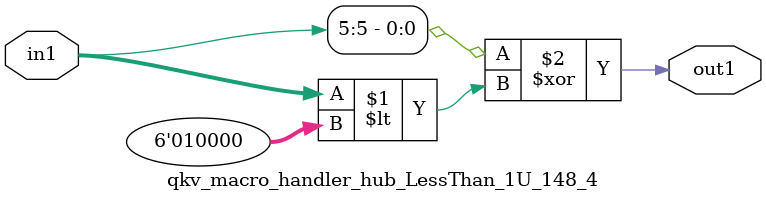
<source format=v>

`timescale 1ps / 1ps


module qkv_macro_handler_hub_LessThan_1U_148_4( in1, out1 );

    input [5:0] in1;
    output out1;

    
    // rtl_process:qkv_macro_handler_hub_LessThan_1U_148_4/qkv_macro_handler_hub_LessThan_1U_148_4_thread_1
    assign out1 = (in1[5] ^ in1 < 6'd16);

endmodule


</source>
